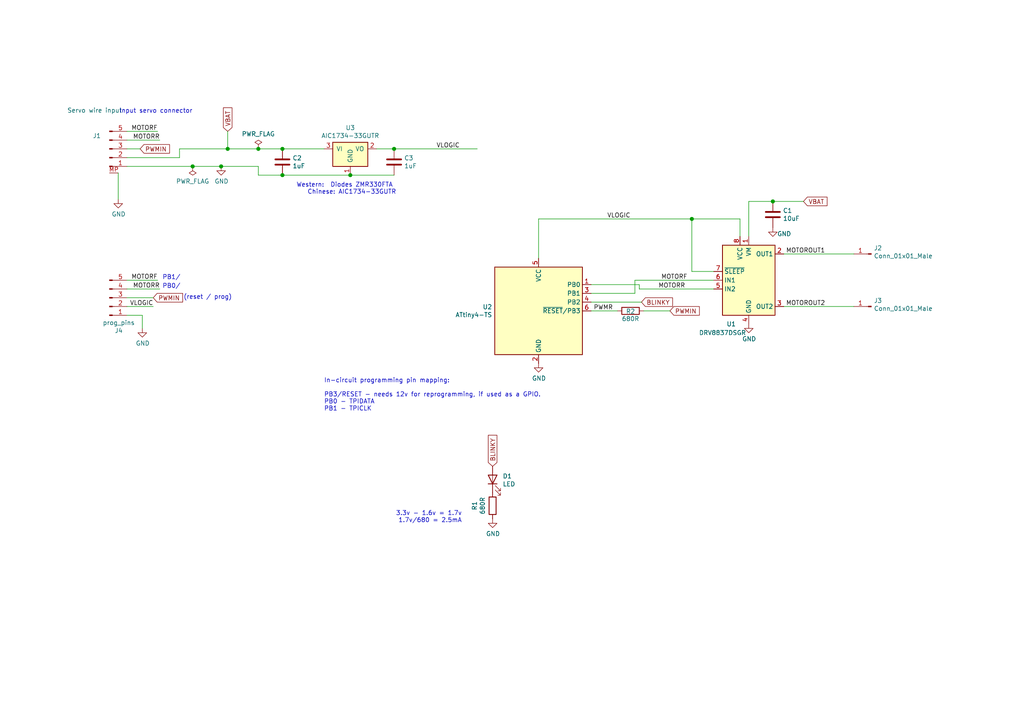
<source format=kicad_sch>
(kicad_sch (version 20201015) (generator eeschema)
  (paper "A4")
  (title_block (title "N20 motor back ESC") (date "2020-12-31") (company "Mark Robson"))
  (lib_symbols
    (symbol "Connector:Conn_01x01_Male" (pin_names hide)
      (property "Reference" "J" (at 0 2.54 0))
      (property "Value" "Conn_01x01_Male" (at 0 -2.54 0))
      (symbol "Conn_01x01_Male_1_1"
        (rectangle (start 0.8636 0.127) (end 0 -0.127) (fill (type outline)))
        (polyline (pts (xy 1.27 0) (xy 0.8636 0)))
        (pin passive line (at 5.08 0 180) (length 3.81) (name "Pin_1") (number "1"))
      )
    )
    (symbol "Connector:Conn_01x05_Male" (pin_names (offset 1.016) hide)
      (property "Reference" "J" (at 0 7.62 0))
      (property "Value" "Conn_01x05_Male" (at 0 -7.62 0))
      (symbol "Conn_01x05_Male_1_1"
        (rectangle (start 0.8636 -4.953) (end 0 -5.207) (stroke (width 0.1524)) (fill (type outline)))
        (rectangle (start 0.8636 -2.413) (end 0 -2.667) (stroke (width 0.1524)) (fill (type outline)))
        (rectangle (start 0.8636 0.127) (end 0 -0.127) (stroke (width 0.1524)) (fill (type outline)))
        (rectangle (start 0.8636 2.667) (end 0 2.413) (stroke (width 0.1524)) (fill (type outline)))
        (rectangle (start 0.8636 5.207) (end 0 4.953) (stroke (width 0.1524)) (fill (type outline)))
        (polyline (pts (xy 1.27 -5.08) (xy 0.8636 -5.08)) (stroke (width 0.1524)))
        (polyline (pts (xy 1.27 -2.54) (xy 0.8636 -2.54)) (stroke (width 0.1524)))
        (polyline (pts (xy 1.27 0) (xy 0.8636 0)) (stroke (width 0.1524)))
        (polyline (pts (xy 1.27 2.54) (xy 0.8636 2.54)) (stroke (width 0.1524)))
        (polyline (pts (xy 1.27 5.08) (xy 0.8636 5.08)) (stroke (width 0.1524)))
        (pin passive line (at 5.08 5.08 180) (length 3.81) (name "Pin_1") (number "1"))
        (pin passive line (at 5.08 2.54 180) (length 3.81) (name "Pin_2") (number "2"))
        (pin passive line (at 5.08 0 180) (length 3.81) (name "Pin_3") (number "3"))
        (pin passive line (at 5.08 -2.54 180) (length 3.81) (name "Pin_4") (number "4"))
        (pin passive line (at 5.08 -5.08 180) (length 3.81) (name "Pin_5") (number "5"))
      )
    )
    (symbol "Device:C" (pin_numbers hide) (pin_names (offset 0.254))
      (property "Reference" "C" (at 0.635 2.54 0))
      (property "Value" "C" (at 0.635 -2.54 0))
      (symbol "C_0_1"
        (polyline (pts (xy -2.032 -0.762) (xy 2.032 -0.762)) (stroke (width 0.508)))
        (polyline (pts (xy -2.032 0.762) (xy 2.032 0.762)) (stroke (width 0.508)))
      )
      (symbol "C_1_1"
        (pin passive line (at 0 3.81 270) (length 2.794) (name "~") (number "1"))
        (pin passive line (at 0 -3.81 90) (length 2.794) (name "~") (number "2"))
      )
    )
    (symbol "Device:LED" (pin_numbers hide) (pin_names (offset 1.016) hide)
      (property "Reference" "D" (at 0 2.54 0))
      (property "Value" "LED" (at 0 -2.54 0))
      (symbol "LED_0_1"
        (polyline (pts (xy -1.27 -1.27) (xy -1.27 1.27)) (stroke (width 0.254)))
        (polyline (pts (xy -1.27 0) (xy 1.27 0)))
        (polyline (pts (xy 1.27 -1.27) (xy 1.27 1.27) (xy -1.27 0) (xy 1.27 -1.27)) (stroke (width 0.254)))
        (polyline (pts (xy -3.048 -0.762) (xy -4.572 -2.286) (xy -3.81 -2.286) (xy -4.572 -2.286) (xy -4.572 -1.524)))
        (polyline (pts (xy -1.778 -0.762) (xy -3.302 -2.286) (xy -2.54 -2.286) (xy -3.302 -2.286) (xy -3.302 -1.524)))
      )
      (symbol "LED_1_1"
        (pin passive line (at -3.81 0 0) (length 2.54) (name "K") (number "1"))
        (pin passive line (at 3.81 0 180) (length 2.54) (name "A") (number "2"))
      )
    )
    (symbol "Device:R" (pin_numbers hide) (pin_names (offset 0))
      (property "Reference" "R" (at 2.032 0 90))
      (property "Value" "R" (at 0 0 90))
      (symbol "R_0_1"
        (rectangle (start -1.016 -2.54) (end 1.016 2.54) (stroke (width 0.254)))
      )
      (symbol "R_1_1"
        (pin passive line (at 0 3.81 270) (length 1.27) (name "~") (number "1"))
        (pin passive line (at 0 -3.81 90) (length 1.27) (name "~") (number "2"))
      )
    )
    (symbol "Driver_Motor:DRV8837"
      (property "Reference" "U" (at 6.35 11.43 0))
      (property "Value" "DRV8837" (at -10.16 11.43 0))
      (symbol "DRV8837_0_1"
        (rectangle (start -7.62 10.16) (end 7.62 -10.16) (stroke (width 0.254)) (fill (type background)))
      )
      (symbol "DRV8837_1_1"
        (pin power_in line (at 0 12.7 270) (length 2.54) (name "VM") (number "1"))
        (pin output line (at 10.16 7.62 180) (length 2.54) (name "OUT1") (number "2"))
        (pin output line (at 10.16 -7.62 180) (length 2.54) (name "OUT2") (number "3"))
        (pin power_in line (at 0 -12.7 90) (length 2.54) (name "GND") (number "4"))
        (pin input line (at -10.16 -2.54 0) (length 2.54) (name "IN2") (number "5"))
        (pin input line (at -10.16 0 0) (length 2.54) (name "IN1") (number "6"))
        (pin input line (at -10.16 2.54 0) (length 2.54) (name "~SLEEP") (number "7"))
        (pin power_in line (at -2.54 12.7 270) (length 2.54) (name "VCC") (number "8"))
        (pin passive line (at 0 -12.7 90) (length 2.54) hide (name "GND") (number "9"))
      )
    )
    (symbol "MCU_Microchip_ATtiny:ATtiny4-TS"
      (property "Reference" "U" (at -12.7 13.97 0))
      (property "Value" "ATtiny4-TS" (at 2.54 -13.97 0))
      (symbol "ATtiny4-TS_0_1"
        (rectangle (start -12.7 -12.7) (end 12.7 12.7) (stroke (width 0.254)) (fill (type background)))
      )
      (symbol "ATtiny4-TS_1_1"
        (pin bidirectional line (at 15.24 7.62 180) (length 2.54) (name "PB0") (number "1"))
        (pin power_in line (at 0 -15.24 90) (length 2.54) (name "GND") (number "2"))
        (pin bidirectional line (at 15.24 5.08 180) (length 2.54) (name "PB1") (number "3"))
        (pin bidirectional line (at 15.24 2.54 180) (length 2.54) (name "PB2") (number "4"))
        (pin power_in line (at 0 15.24 270) (length 2.54) (name "VCC") (number "5"))
        (pin bidirectional line (at 15.24 0 180) (length 2.54) (name "~RESET~/PB3") (number "6"))
      )
    )
    (symbol "motorback:Conn_01x05_withmechanical" (pin_names (offset 1.016) hide)
      (property "Reference" "J" (at 1.27 10.16 0))
      (property "Value" "Conn_01x05_withmechanical" (at 0 -7.62 0))
      (symbol "Conn_01x05_withmechanical_1_1"
        (rectangle (start 0.8636 -4.953) (end 0 -5.207) (stroke (width 0.1524)) (fill (type outline)))
        (rectangle (start 0.8636 -2.413) (end 0 -2.667) (stroke (width 0.1524)) (fill (type outline)))
        (rectangle (start 0.8636 0.127) (end 0 -0.127) (stroke (width 0.1524)) (fill (type outline)))
        (rectangle (start 0.8636 2.667) (end 0 2.413) (stroke (width 0.1524)) (fill (type outline)))
        (rectangle (start 0.8636 5.207) (end 0 4.953) (stroke (width 0.1524)) (fill (type outline)))
        (polyline (pts (xy 1.27 -5.08) (xy 0.8636 -5.08)) (stroke (width 0.1524)))
        (polyline (pts (xy 1.27 -2.54) (xy 0.8636 -2.54)) (stroke (width 0.1524)))
        (polyline (pts (xy 1.27 0) (xy 0.8636 0)) (stroke (width 0.1524)))
        (polyline (pts (xy 1.27 2.54) (xy 0.8636 2.54)) (stroke (width 0.1524)))
        (polyline (pts (xy 1.27 5.08) (xy 0.8636 5.08)) (stroke (width 0.1524)))
        (pin passive line (at 5.08 5.08 180) (length 3.81) (name "Pin_1") (number "1"))
        (pin passive line (at 5.08 2.54 180) (length 3.81) (name "Pin_2") (number "2"))
        (pin passive line (at 5.08 0 180) (length 3.81) (name "Pin_3") (number "3"))
        (pin passive line (at 5.08 -2.54 180) (length 3.81) (name "Pin_4") (number "4"))
        (pin passive line (at 5.08 -5.08 180) (length 3.81) (name "Pin_5") (number "5"))
        (pin passive line (at 2.54 6.985 180) (length 2.54) (name "MP") (number "MP"))
      )
    )
    (symbol "motorback:generic_regulator_GOI" (pin_names (offset 1.016))
      (property "Reference" "U" (at 0 1.27 0))
      (property "Value" "generic_regulator_GOI" (at 1.27 0 0))
      (symbol "generic_regulator_GOI_1_1"
        (rectangle (start -5.08 -8.89) (end 5.08 -1.905) (stroke (width 0.254)) (fill (type background)))
        (pin power_in line (at 0 -11.43 90) (length 2.54) (name "GND") (number "1"))
        (pin power_out line (at 7.62 -3.81 180) (length 2.54) (name "VO") (number "2"))
        (pin power_in line (at -7.62 -3.81 0) (length 2.54) (name "VI") (number "3"))
      )
    )
    (symbol "power:GND" (power) (pin_names (offset 0))
      (property "Value" "GND" (at 0 -3.81 0))
      (symbol "GND_0_1"
        (polyline (pts (xy 0 0) (xy 0 -1.27) (xy 1.27 -1.27) (xy 0 -2.54) (xy -1.27 -1.27) (xy 0 -1.27)))
      )
      (symbol "GND_1_1"
        (pin power_in line (at 0 0 270) (length 0) hide (name "GND") (number "1"))
      )
    )
    (symbol "power:PWR_FLAG" (power) (pin_numbers hide) (pin_names (offset 0) hide)
      (property "Value" "PWR_FLAG" (at 0 3.81 0))
      (symbol "PWR_FLAG_0_0"
        (pin power_out line (at 0 0 90) (length 0) (name "pwr") (number "1"))
      )
      (symbol "PWR_FLAG_0_1"
        (polyline (pts (xy 0 0) (xy 0 1.27) (xy -1.016 1.905) (xy 0 2.54) (xy 1.016 1.905) (xy 0 1.27)))
      )
    )
  )
  (junction (at 55.88 48.26) (diameter 1.016))
  (junction (at 64.135 48.26) (diameter 1.016))
  (junction (at 66.04 43.18) (diameter 1.016))
  (junction (at 74.93 43.18) (diameter 1.016))
  (junction (at 81.915 43.18) (diameter 1.016))
  (junction (at 81.915 50.8) (diameter 1.016))
  (junction (at 101.6 50.8) (diameter 1.016))
  (junction (at 114.3 43.18) (diameter 1.016))
  (junction (at 200.66 63.5) (diameter 1.016))
  (junction (at 224.155 58.42) (diameter 1.016))
  (wire (pts (xy 34.29 50.165) (xy 34.29 57.785)))
  (wire (pts (xy 36.83 38.1) (xy 45.72 38.1)))
  (wire (pts (xy 36.83 40.64) (xy 46.355 40.64)))
  (wire (pts (xy 36.83 43.18) (xy 40.64 43.18)))
  (wire (pts (xy 36.83 45.72) (xy 52.07 45.72)))
  (wire (pts (xy 36.83 48.26) (xy 55.88 48.26)))
  (wire (pts (xy 36.83 81.28) (xy 45.72 81.28)))
  (wire (pts (xy 36.83 83.82) (xy 46.355 83.82)))
  (wire (pts (xy 36.83 86.36) (xy 44.45 86.36)))
  (wire (pts (xy 36.83 88.9) (xy 44.45 88.9)))
  (wire (pts (xy 36.83 91.44) (xy 41.275 91.44)))
  (wire (pts (xy 41.275 91.44) (xy 41.275 95.25)))
  (wire (pts (xy 52.07 43.18) (xy 66.04 43.18)))
  (wire (pts (xy 52.07 45.72) (xy 52.07 43.18)))
  (wire (pts (xy 55.88 48.26) (xy 64.135 48.26)))
  (wire (pts (xy 64.135 48.26) (xy 74.93 48.26)))
  (wire (pts (xy 66.04 38.1) (xy 66.04 43.18)))
  (wire (pts (xy 66.04 43.18) (xy 74.93 43.18)))
  (wire (pts (xy 74.93 43.18) (xy 81.915 43.18)))
  (wire (pts (xy 74.93 48.26) (xy 74.93 50.8)))
  (wire (pts (xy 74.93 50.8) (xy 81.915 50.8)))
  (wire (pts (xy 81.915 43.18) (xy 93.98 43.18)))
  (wire (pts (xy 81.915 50.8) (xy 101.6 50.8)))
  (wire (pts (xy 101.6 50.8) (xy 114.3 50.8)))
  (wire (pts (xy 109.22 43.18) (xy 114.3 43.18)))
  (wire (pts (xy 114.3 43.18) (xy 138.43 43.18)))
  (wire (pts (xy 156.21 63.5) (xy 200.66 63.5)))
  (wire (pts (xy 156.21 74.93) (xy 156.21 63.5)))
  (wire (pts (xy 171.45 82.55) (xy 185.42 82.55)))
  (wire (pts (xy 171.45 87.63) (xy 186.055 87.63)))
  (wire (pts (xy 171.45 90.17) (xy 179.07 90.17)))
  (wire (pts (xy 184.15 81.28) (xy 184.15 85.09)))
  (wire (pts (xy 184.15 81.28) (xy 207.01 81.28)))
  (wire (pts (xy 184.15 85.09) (xy 171.45 85.09)))
  (wire (pts (xy 185.42 82.55) (xy 185.42 83.82)))
  (wire (pts (xy 185.42 83.82) (xy 207.01 83.82)))
  (wire (pts (xy 186.69 90.17) (xy 194.31 90.17)))
  (wire (pts (xy 200.66 63.5) (xy 214.63 63.5)))
  (wire (pts (xy 200.66 78.74) (xy 200.66 63.5)))
  (wire (pts (xy 207.01 78.74) (xy 200.66 78.74)))
  (wire (pts (xy 214.63 63.5) (xy 214.63 68.58)))
  (wire (pts (xy 217.17 58.42) (xy 217.17 68.58)))
  (wire (pts (xy 224.155 58.42) (xy 217.17 58.42)))
  (wire (pts (xy 224.155 58.42) (xy 233.045 58.42)))
  (wire (pts (xy 227.33 73.66) (xy 247.65 73.66)))
  (wire (pts (xy 227.33 88.9) (xy 247.65 88.9)))
  (text "PB1/ " (at 53.34 81.28 180) (effects (font (size 1.27 1.27)) (justify right bottom)))
  (text "PB0/ " (at 53.34 83.82 180) (effects (font (size 1.27 1.27)) (justify right bottom)))
  (text "Input servo connector" (at 55.88 33.02 180) (effects (font (size 1.27 1.27)) (justify right bottom)))
  (text "(reset / prog)" (at 67.31 86.995 180) (effects (font (size 1.27 1.27)) (justify right bottom)))
  (text "In-circuit programming pin mapping:\n\nPB3/RESET - needs 12v for reprogramming, if used as a GPIO.\nPB0 - TPIDATA\nPB1 - TPICLK" (at 93.98 119.38 0) (effects (font (size 1.27 1.27)) (justify left bottom)))
  (text "Western:  Diodes ZMR330FTA \nChinese: AIC1734-33GUTR" (at 114.935 56.515 0) (effects (font (size 1.27 1.27)) (justify right bottom)))
  (text "3.3v - 1.6v = 1.7v\n1.7v/680 = 2.5mA" (at 133.985 151.765 180) (effects (font (size 1.27 1.27)) (justify right bottom)))
  (label "VLOGIC" (at 44.45 88.9 180))
  (label "MOTORF" (at 45.72 38.1 180))
  (label "MOTORF" (at 45.72 81.28 180))
  (label "MOTORR" (at 46.355 40.64 180))
  (label "MOTORR" (at 46.355 83.82 180))
  (label "VLOGIC" (at 133.35 43.18 180))
  (label "PWMR" (at 177.8 90.17 180))
  (label "VLOGIC" (at 182.88 63.5 180))
  (label "MOTORR" (at 198.755 83.82 180))
  (label "MOTORF" (at 199.39 81.28 180))
  (label "MOTOROUT1" (at 227.965 73.66 0))
  (label "MOTOROUT2" (at 227.965 88.9 0))
  (global_label "PWMIN" (shape input) (at 40.64 43.18 0) (property "Intersheet References" "${INTERSHEET_REFS}" (effects hide)))
  (global_label "PWMIN" (shape input) (at 44.45 86.36 0) (property "Intersheet References" "${INTERSHEET_REFS}" (effects hide)))
  (global_label "VBAT" (shape input) (at 66.04 38.1 90) (property "Intersheet References" "${INTERSHEET_REFS}" (effects hide)))
  (global_label "BLINKY" (shape input) (at 142.875 135.255 90) (property "Intersheet References" "${INTERSHEET_REFS}" (effects hide)))
  (global_label "BLINKY" (shape input) (at 186.055 87.63 0) (property "Intersheet References" "${INTERSHEET_REFS}" (effects hide)))
  (global_label "PWMIN" (shape input) (at 194.31 90.17 0) (property "Intersheet References" "${INTERSHEET_REFS}" (effects hide)))
  (global_label "VBAT" (shape input) (at 233.045 58.42 0) (property "Intersheet References" "${INTERSHEET_REFS}" (effects hide)))
  (symbol (lib_id "power:PWR_FLAG") (at 55.88 48.26 180) (unit 1)
    (property "Reference" "#FLG0101" (effects hide))
    (property "Value" "PWR_FLAG" (at 55.88 52.5844 0))
  )
  (symbol (lib_id "power:PWR_FLAG") (at 74.93 43.18 0) (unit 1)
    (property "Reference" "#FLG0102" (effects hide))
    (property "Value" "PWR_FLAG" (at 74.93 38.8556 0))
  )
  (symbol (lib_id "power:GND") (at 34.29 57.785 0) (unit 1)
    (property "Reference" "#PWR0106" (effects hide))
    (property "Value" "GND" (at 34.4043 62.1094 0))
  )
  (symbol (lib_id "power:GND") (at 41.275 95.25 0) (unit 1)
    (property "Reference" "#PWR01" (effects hide))
    (property "Value" "GND" (at 41.3893 99.5744 0))
  )
  (symbol (lib_id "power:GND") (at 64.135 48.26 0) (unit 1)
    (property "Reference" "#PWR02" (effects hide))
    (property "Value" "GND" (at 64.2493 52.5844 0))
  )
  (symbol (lib_id "power:GND") (at 142.875 150.495 0) (unit 1)
    (property "Reference" "#PWR04" (effects hide))
    (property "Value" "GND" (at 142.9893 154.8194 0))
  )
  (symbol (lib_id "power:GND") (at 156.21 105.41 0) (unit 1)
    (property "Reference" "#PWR0101" (effects hide))
    (property "Value" "GND" (at 156.3243 109.7344 0))
  )
  (symbol (lib_id "power:GND") (at 217.17 93.98 0) (unit 1)
    (property "Reference" "#PWR0102" (effects hide))
    (property "Value" "GND" (at 217.2843 98.3044 0))
  )
  (symbol (lib_id "power:GND") (at 224.155 66.04 0) (unit 1)
    (property "Reference" "#PWR03" (effects hide))
    (property "Value" "GND" (at 227.4443 67.8244 0))
  )
  (symbol (lib_id "Connector:Conn_01x01_Male") (at 252.73 73.66 180) (unit 1)
    (property "Reference" "J2" (at 253.4413 71.9518 0) (effects (justify right)))
    (property "Value" "Conn_01x01_Male" (at 253.4413 74.2505 0) (effects (justify right)))
    (property "Footprint" "motorback:motorpad" (effects hide))
  )
  (symbol (lib_id "Connector:Conn_01x01_Male") (at 252.73 88.9 180) (unit 1)
    (property "Reference" "J3" (at 253.4413 87.1918 0) (effects (justify right)))
    (property "Value" "Conn_01x01_Male" (at 253.4413 89.4905 0) (effects (justify right)))
    (property "Footprint" "motorback:motorpad" (effects hide))
  )
  (symbol (lib_id "Device:R") (at 142.875 146.685 180) (unit 1)
    (property "Reference" "R1" (at 137.6488 146.685 90))
    (property "Value" "680R" (at 139.947 146.685 90))
    (property "Footprint" "Resistor_SMD:R_0603_1608Metric" (effects hide))
    (property "LCSC" "C23228" (effects hide))
  )
  (symbol (lib_id "Device:R") (at 182.88 90.17 270) (unit 1)
    (property "Reference" "R2" (at 182.88 90.3162 90))
    (property "Value" "680R" (at 182.88 92.463 90))
    (property "Footprint" "Resistor_SMD:R_0603_1608Metric" (effects hide))
    (property "LCSC" "C23228" (effects hide))
  )
  (symbol (lib_id "Device:LED") (at 142.875 139.065 90) (unit 1)
    (property "Reference" "D1" (at 145.7961 138.1061 90) (effects (justify right)))
    (property "Value" "LED" (at 145.7961 140.4048 90) (effects (justify right)))
    (property "Footprint" "LED_SMD:LED_0603_1608Metric" (effects hide))
    (property "LCSC" "C2286" (effects hide))
  )
  (symbol (lib_id "Device:C") (at 81.915 46.99 0) (unit 1)
    (property "Reference" "C2" (at 84.8361 45.8406 0) (effects (justify left)))
    (property "Value" "1uF" (at 84.8361 48.1393 0) (effects (justify left)))
    (property "Footprint" "Capacitor_SMD:C_0402_1005Metric" (effects hide))
    (property "LCSC" "C15849" (effects hide))
  )
  (symbol (lib_id "Device:C") (at 114.3 46.99 0) (unit 1)
    (property "Reference" "C3" (at 117.2211 45.8406 0) (effects (justify left)))
    (property "Value" "1uF" (at 117.2211 48.1393 0) (effects (justify left)))
    (property "Footprint" "Capacitor_SMD:C_0402_1005Metric" (effects hide))
    (property "LCSC" "C15849" (effects hide))
  )
  (symbol (lib_id "Device:C") (at 224.155 62.23 0) (unit 1)
    (property "Reference" "C1" (at 227.0761 61.0806 0) (effects (justify left)))
    (property "Value" "10uF" (at 227.0761 63.3793 0) (effects (justify left)))
    (property "Footprint" "Capacitor_SMD:C_0603_1608Metric" (effects hide))
    (property "LCSC" "C19702" (effects hide))
  )
  (symbol (lib_id "Connector:Conn_01x05_Male") (at 31.75 86.36 0) (mirror x) (unit 1)
    (property "Reference" "J4" (at 34.4424 95.9042 0))
    (property "Value" "prog_pins" (at 34.442 93.606 0))
    (property "Footprint" "motorback:pogopins_5" (effects hide))
  )
  (symbol (lib_id "motorback:Conn_01x05_withmechanical") (at 31.75 43.18 0) (mirror x) (unit 1)
    (property "Reference" "J1" (at 28.0924 39.3892 0))
    (property "Value" "Servo wire input" (at 27.457 32.01 0))
    (property "Footprint" "motorback:JST_SH_3or5" (effects hide))
  )
  (symbol (lib_id "motorback:generic_regulator_GOI") (at 101.6 39.37 0) (unit 1)
    (property "Reference" "U3" (at 101.6 37.0648 0))
    (property "Value" "AIC1734-33GUTR" (at 101.6 39.3635 0))
    (property "Footprint" "Package_TO_SOT_SMD:SOT-23" (effects hide))
    (property "LCSC" "C211659" (effects hide))
  )
  (symbol (lib_id "Driver_Motor:DRV8837") (at 217.17 81.28 0) (unit 1)
    (property "Reference" "U1" (at 212.09 93.98 0))
    (property "Value" "DRV8837DSGR" (at 209.55 96.52 0))
    (property "Footprint" "motorback:drv8837_custom" (effects hide))
    (property "Datasheet" "http://www.ti.com/lit/ds/symlink/drv8837.pdf" (effects hide))
    (property "LCSC" "C39159" (effects hide))
  )
  (symbol (lib_id "MCU_Microchip_ATtiny:ATtiny4-TS") (at 156.21 90.17 0) (unit 1)
    (property "Reference" "U2" (at 142.7479 89.0206 0) (effects (justify right)))
    (property "Value" "ATtiny4-TS" (at 142.7479 91.3193 0) (effects (justify right)))
    (property "Footprint" "Package_TO_SOT_SMD:SOT-23-6" (effects hide))
    (property "Datasheet" "http://ww1.microchip.com/downloads/en/DeviceDoc/Atmel-8127-AVR-8-bit-Microcontroller-ATtiny4-ATtiny5-ATtiny9-ATtiny10_Datasheet.pdf" (effects hide))
  )
)
</source>
